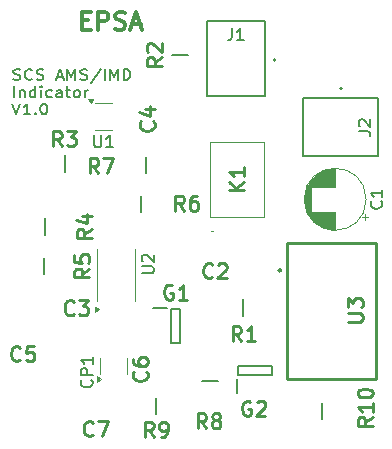
<source format=gbr>
%TF.GenerationSoftware,KiCad,Pcbnew,8.0.5*%
%TF.CreationDate,2024-10-12T22:57:13+02:00*%
%TF.ProjectId,SCS IMD-AMS Indicator,53435320-494d-4442-9d41-4d5320496e64,rev?*%
%TF.SameCoordinates,Original*%
%TF.FileFunction,Legend,Top*%
%TF.FilePolarity,Positive*%
%FSLAX46Y46*%
G04 Gerber Fmt 4.6, Leading zero omitted, Abs format (unit mm)*
G04 Created by KiCad (PCBNEW 8.0.5) date 2024-10-12 22:57:13*
%MOMM*%
%LPD*%
G01*
G04 APERTURE LIST*
%ADD10C,0.150000*%
%ADD11C,0.300000*%
%ADD12C,0.254000*%
%ADD13C,0.120000*%
%ADD14C,0.200000*%
%ADD15C,0.100000*%
%ADD16C,0.127000*%
G04 APERTURE END LIST*
D10*
X68792960Y-54370700D02*
X68935817Y-54413557D01*
X68935817Y-54413557D02*
X69173912Y-54413557D01*
X69173912Y-54413557D02*
X69269150Y-54370700D01*
X69269150Y-54370700D02*
X69316769Y-54327842D01*
X69316769Y-54327842D02*
X69364388Y-54242128D01*
X69364388Y-54242128D02*
X69364388Y-54156414D01*
X69364388Y-54156414D02*
X69316769Y-54070700D01*
X69316769Y-54070700D02*
X69269150Y-54027842D01*
X69269150Y-54027842D02*
X69173912Y-53984985D01*
X69173912Y-53984985D02*
X68983436Y-53942128D01*
X68983436Y-53942128D02*
X68888198Y-53899271D01*
X68888198Y-53899271D02*
X68840579Y-53856414D01*
X68840579Y-53856414D02*
X68792960Y-53770700D01*
X68792960Y-53770700D02*
X68792960Y-53684985D01*
X68792960Y-53684985D02*
X68840579Y-53599271D01*
X68840579Y-53599271D02*
X68888198Y-53556414D01*
X68888198Y-53556414D02*
X68983436Y-53513557D01*
X68983436Y-53513557D02*
X69221531Y-53513557D01*
X69221531Y-53513557D02*
X69364388Y-53556414D01*
X70364388Y-54327842D02*
X70316769Y-54370700D01*
X70316769Y-54370700D02*
X70173912Y-54413557D01*
X70173912Y-54413557D02*
X70078674Y-54413557D01*
X70078674Y-54413557D02*
X69935817Y-54370700D01*
X69935817Y-54370700D02*
X69840579Y-54284985D01*
X69840579Y-54284985D02*
X69792960Y-54199271D01*
X69792960Y-54199271D02*
X69745341Y-54027842D01*
X69745341Y-54027842D02*
X69745341Y-53899271D01*
X69745341Y-53899271D02*
X69792960Y-53727842D01*
X69792960Y-53727842D02*
X69840579Y-53642128D01*
X69840579Y-53642128D02*
X69935817Y-53556414D01*
X69935817Y-53556414D02*
X70078674Y-53513557D01*
X70078674Y-53513557D02*
X70173912Y-53513557D01*
X70173912Y-53513557D02*
X70316769Y-53556414D01*
X70316769Y-53556414D02*
X70364388Y-53599271D01*
X70745341Y-54370700D02*
X70888198Y-54413557D01*
X70888198Y-54413557D02*
X71126293Y-54413557D01*
X71126293Y-54413557D02*
X71221531Y-54370700D01*
X71221531Y-54370700D02*
X71269150Y-54327842D01*
X71269150Y-54327842D02*
X71316769Y-54242128D01*
X71316769Y-54242128D02*
X71316769Y-54156414D01*
X71316769Y-54156414D02*
X71269150Y-54070700D01*
X71269150Y-54070700D02*
X71221531Y-54027842D01*
X71221531Y-54027842D02*
X71126293Y-53984985D01*
X71126293Y-53984985D02*
X70935817Y-53942128D01*
X70935817Y-53942128D02*
X70840579Y-53899271D01*
X70840579Y-53899271D02*
X70792960Y-53856414D01*
X70792960Y-53856414D02*
X70745341Y-53770700D01*
X70745341Y-53770700D02*
X70745341Y-53684985D01*
X70745341Y-53684985D02*
X70792960Y-53599271D01*
X70792960Y-53599271D02*
X70840579Y-53556414D01*
X70840579Y-53556414D02*
X70935817Y-53513557D01*
X70935817Y-53513557D02*
X71173912Y-53513557D01*
X71173912Y-53513557D02*
X71316769Y-53556414D01*
X72459627Y-54156414D02*
X72935817Y-54156414D01*
X72364389Y-54413557D02*
X72697722Y-53513557D01*
X72697722Y-53513557D02*
X73031055Y-54413557D01*
X73364389Y-54413557D02*
X73364389Y-53513557D01*
X73364389Y-53513557D02*
X73697722Y-54156414D01*
X73697722Y-54156414D02*
X74031055Y-53513557D01*
X74031055Y-53513557D02*
X74031055Y-54413557D01*
X74459627Y-54370700D02*
X74602484Y-54413557D01*
X74602484Y-54413557D02*
X74840579Y-54413557D01*
X74840579Y-54413557D02*
X74935817Y-54370700D01*
X74935817Y-54370700D02*
X74983436Y-54327842D01*
X74983436Y-54327842D02*
X75031055Y-54242128D01*
X75031055Y-54242128D02*
X75031055Y-54156414D01*
X75031055Y-54156414D02*
X74983436Y-54070700D01*
X74983436Y-54070700D02*
X74935817Y-54027842D01*
X74935817Y-54027842D02*
X74840579Y-53984985D01*
X74840579Y-53984985D02*
X74650103Y-53942128D01*
X74650103Y-53942128D02*
X74554865Y-53899271D01*
X74554865Y-53899271D02*
X74507246Y-53856414D01*
X74507246Y-53856414D02*
X74459627Y-53770700D01*
X74459627Y-53770700D02*
X74459627Y-53684985D01*
X74459627Y-53684985D02*
X74507246Y-53599271D01*
X74507246Y-53599271D02*
X74554865Y-53556414D01*
X74554865Y-53556414D02*
X74650103Y-53513557D01*
X74650103Y-53513557D02*
X74888198Y-53513557D01*
X74888198Y-53513557D02*
X75031055Y-53556414D01*
X76173912Y-53470700D02*
X75316770Y-54627842D01*
X76507246Y-54413557D02*
X76507246Y-53513557D01*
X76983436Y-54413557D02*
X76983436Y-53513557D01*
X76983436Y-53513557D02*
X77316769Y-54156414D01*
X77316769Y-54156414D02*
X77650102Y-53513557D01*
X77650102Y-53513557D02*
X77650102Y-54413557D01*
X78126293Y-54413557D02*
X78126293Y-53513557D01*
X78126293Y-53513557D02*
X78364388Y-53513557D01*
X78364388Y-53513557D02*
X78507245Y-53556414D01*
X78507245Y-53556414D02*
X78602483Y-53642128D01*
X78602483Y-53642128D02*
X78650102Y-53727842D01*
X78650102Y-53727842D02*
X78697721Y-53899271D01*
X78697721Y-53899271D02*
X78697721Y-54027842D01*
X78697721Y-54027842D02*
X78650102Y-54199271D01*
X78650102Y-54199271D02*
X78602483Y-54284985D01*
X78602483Y-54284985D02*
X78507245Y-54370700D01*
X78507245Y-54370700D02*
X78364388Y-54413557D01*
X78364388Y-54413557D02*
X78126293Y-54413557D01*
X68840579Y-55862507D02*
X68840579Y-54962507D01*
X69316769Y-55262507D02*
X69316769Y-55862507D01*
X69316769Y-55348221D02*
X69364388Y-55305364D01*
X69364388Y-55305364D02*
X69459626Y-55262507D01*
X69459626Y-55262507D02*
X69602483Y-55262507D01*
X69602483Y-55262507D02*
X69697721Y-55305364D01*
X69697721Y-55305364D02*
X69745340Y-55391078D01*
X69745340Y-55391078D02*
X69745340Y-55862507D01*
X70650102Y-55862507D02*
X70650102Y-54962507D01*
X70650102Y-55819650D02*
X70554864Y-55862507D01*
X70554864Y-55862507D02*
X70364388Y-55862507D01*
X70364388Y-55862507D02*
X70269150Y-55819650D01*
X70269150Y-55819650D02*
X70221531Y-55776792D01*
X70221531Y-55776792D02*
X70173912Y-55691078D01*
X70173912Y-55691078D02*
X70173912Y-55433935D01*
X70173912Y-55433935D02*
X70221531Y-55348221D01*
X70221531Y-55348221D02*
X70269150Y-55305364D01*
X70269150Y-55305364D02*
X70364388Y-55262507D01*
X70364388Y-55262507D02*
X70554864Y-55262507D01*
X70554864Y-55262507D02*
X70650102Y-55305364D01*
X71126293Y-55862507D02*
X71126293Y-55262507D01*
X71126293Y-54962507D02*
X71078674Y-55005364D01*
X71078674Y-55005364D02*
X71126293Y-55048221D01*
X71126293Y-55048221D02*
X71173912Y-55005364D01*
X71173912Y-55005364D02*
X71126293Y-54962507D01*
X71126293Y-54962507D02*
X71126293Y-55048221D01*
X72031054Y-55819650D02*
X71935816Y-55862507D01*
X71935816Y-55862507D02*
X71745340Y-55862507D01*
X71745340Y-55862507D02*
X71650102Y-55819650D01*
X71650102Y-55819650D02*
X71602483Y-55776792D01*
X71602483Y-55776792D02*
X71554864Y-55691078D01*
X71554864Y-55691078D02*
X71554864Y-55433935D01*
X71554864Y-55433935D02*
X71602483Y-55348221D01*
X71602483Y-55348221D02*
X71650102Y-55305364D01*
X71650102Y-55305364D02*
X71745340Y-55262507D01*
X71745340Y-55262507D02*
X71935816Y-55262507D01*
X71935816Y-55262507D02*
X72031054Y-55305364D01*
X72888197Y-55862507D02*
X72888197Y-55391078D01*
X72888197Y-55391078D02*
X72840578Y-55305364D01*
X72840578Y-55305364D02*
X72745340Y-55262507D01*
X72745340Y-55262507D02*
X72554864Y-55262507D01*
X72554864Y-55262507D02*
X72459626Y-55305364D01*
X72888197Y-55819650D02*
X72792959Y-55862507D01*
X72792959Y-55862507D02*
X72554864Y-55862507D01*
X72554864Y-55862507D02*
X72459626Y-55819650D01*
X72459626Y-55819650D02*
X72412007Y-55733935D01*
X72412007Y-55733935D02*
X72412007Y-55648221D01*
X72412007Y-55648221D02*
X72459626Y-55562507D01*
X72459626Y-55562507D02*
X72554864Y-55519650D01*
X72554864Y-55519650D02*
X72792959Y-55519650D01*
X72792959Y-55519650D02*
X72888197Y-55476792D01*
X73221531Y-55262507D02*
X73602483Y-55262507D01*
X73364388Y-54962507D02*
X73364388Y-55733935D01*
X73364388Y-55733935D02*
X73412007Y-55819650D01*
X73412007Y-55819650D02*
X73507245Y-55862507D01*
X73507245Y-55862507D02*
X73602483Y-55862507D01*
X74078674Y-55862507D02*
X73983436Y-55819650D01*
X73983436Y-55819650D02*
X73935817Y-55776792D01*
X73935817Y-55776792D02*
X73888198Y-55691078D01*
X73888198Y-55691078D02*
X73888198Y-55433935D01*
X73888198Y-55433935D02*
X73935817Y-55348221D01*
X73935817Y-55348221D02*
X73983436Y-55305364D01*
X73983436Y-55305364D02*
X74078674Y-55262507D01*
X74078674Y-55262507D02*
X74221531Y-55262507D01*
X74221531Y-55262507D02*
X74316769Y-55305364D01*
X74316769Y-55305364D02*
X74364388Y-55348221D01*
X74364388Y-55348221D02*
X74412007Y-55433935D01*
X74412007Y-55433935D02*
X74412007Y-55691078D01*
X74412007Y-55691078D02*
X74364388Y-55776792D01*
X74364388Y-55776792D02*
X74316769Y-55819650D01*
X74316769Y-55819650D02*
X74221531Y-55862507D01*
X74221531Y-55862507D02*
X74078674Y-55862507D01*
X74840579Y-55862507D02*
X74840579Y-55262507D01*
X74840579Y-55433935D02*
X74888198Y-55348221D01*
X74888198Y-55348221D02*
X74935817Y-55305364D01*
X74935817Y-55305364D02*
X75031055Y-55262507D01*
X75031055Y-55262507D02*
X75126293Y-55262507D01*
X68697722Y-56411457D02*
X69031055Y-57311457D01*
X69031055Y-57311457D02*
X69364388Y-56411457D01*
X70221531Y-57311457D02*
X69650103Y-57311457D01*
X69935817Y-57311457D02*
X69935817Y-56411457D01*
X69935817Y-56411457D02*
X69840579Y-56540028D01*
X69840579Y-56540028D02*
X69745341Y-56625742D01*
X69745341Y-56625742D02*
X69650103Y-56668600D01*
X70650103Y-57225742D02*
X70697722Y-57268600D01*
X70697722Y-57268600D02*
X70650103Y-57311457D01*
X70650103Y-57311457D02*
X70602484Y-57268600D01*
X70602484Y-57268600D02*
X70650103Y-57225742D01*
X70650103Y-57225742D02*
X70650103Y-57311457D01*
X71316769Y-56411457D02*
X71412007Y-56411457D01*
X71412007Y-56411457D02*
X71507245Y-56454314D01*
X71507245Y-56454314D02*
X71554864Y-56497171D01*
X71554864Y-56497171D02*
X71602483Y-56582885D01*
X71602483Y-56582885D02*
X71650102Y-56754314D01*
X71650102Y-56754314D02*
X71650102Y-56968600D01*
X71650102Y-56968600D02*
X71602483Y-57140028D01*
X71602483Y-57140028D02*
X71554864Y-57225742D01*
X71554864Y-57225742D02*
X71507245Y-57268600D01*
X71507245Y-57268600D02*
X71412007Y-57311457D01*
X71412007Y-57311457D02*
X71316769Y-57311457D01*
X71316769Y-57311457D02*
X71221531Y-57268600D01*
X71221531Y-57268600D02*
X71173912Y-57225742D01*
X71173912Y-57225742D02*
X71126293Y-57140028D01*
X71126293Y-57140028D02*
X71078674Y-56968600D01*
X71078674Y-56968600D02*
X71078674Y-56754314D01*
X71078674Y-56754314D02*
X71126293Y-56582885D01*
X71126293Y-56582885D02*
X71173912Y-56497171D01*
X71173912Y-56497171D02*
X71221531Y-56454314D01*
X71221531Y-56454314D02*
X71316769Y-56411457D01*
D11*
X74620910Y-49357914D02*
X75120910Y-49357914D01*
X75335196Y-50143628D02*
X74620910Y-50143628D01*
X74620910Y-50143628D02*
X74620910Y-48643628D01*
X74620910Y-48643628D02*
X75335196Y-48643628D01*
X75978053Y-50143628D02*
X75978053Y-48643628D01*
X75978053Y-48643628D02*
X76549482Y-48643628D01*
X76549482Y-48643628D02*
X76692339Y-48715057D01*
X76692339Y-48715057D02*
X76763768Y-48786485D01*
X76763768Y-48786485D02*
X76835196Y-48929342D01*
X76835196Y-48929342D02*
X76835196Y-49143628D01*
X76835196Y-49143628D02*
X76763768Y-49286485D01*
X76763768Y-49286485D02*
X76692339Y-49357914D01*
X76692339Y-49357914D02*
X76549482Y-49429342D01*
X76549482Y-49429342D02*
X75978053Y-49429342D01*
X77406625Y-50072200D02*
X77620911Y-50143628D01*
X77620911Y-50143628D02*
X77978053Y-50143628D01*
X77978053Y-50143628D02*
X78120911Y-50072200D01*
X78120911Y-50072200D02*
X78192339Y-50000771D01*
X78192339Y-50000771D02*
X78263768Y-49857914D01*
X78263768Y-49857914D02*
X78263768Y-49715057D01*
X78263768Y-49715057D02*
X78192339Y-49572200D01*
X78192339Y-49572200D02*
X78120911Y-49500771D01*
X78120911Y-49500771D02*
X77978053Y-49429342D01*
X77978053Y-49429342D02*
X77692339Y-49357914D01*
X77692339Y-49357914D02*
X77549482Y-49286485D01*
X77549482Y-49286485D02*
X77478053Y-49215057D01*
X77478053Y-49215057D02*
X77406625Y-49072200D01*
X77406625Y-49072200D02*
X77406625Y-48929342D01*
X77406625Y-48929342D02*
X77478053Y-48786485D01*
X77478053Y-48786485D02*
X77549482Y-48715057D01*
X77549482Y-48715057D02*
X77692339Y-48643628D01*
X77692339Y-48643628D02*
X78049482Y-48643628D01*
X78049482Y-48643628D02*
X78263768Y-48715057D01*
X78835196Y-49715057D02*
X79549482Y-49715057D01*
X78692339Y-50143628D02*
X79192339Y-48643628D01*
X79192339Y-48643628D02*
X79692339Y-50143628D01*
D10*
X79668019Y-70764304D02*
X80477542Y-70764304D01*
X80477542Y-70764304D02*
X80572780Y-70716685D01*
X80572780Y-70716685D02*
X80620400Y-70669066D01*
X80620400Y-70669066D02*
X80668019Y-70573828D01*
X80668019Y-70573828D02*
X80668019Y-70383352D01*
X80668019Y-70383352D02*
X80620400Y-70288114D01*
X80620400Y-70288114D02*
X80572780Y-70240495D01*
X80572780Y-70240495D02*
X80477542Y-70192876D01*
X80477542Y-70192876D02*
X79668019Y-70192876D01*
X79763257Y-69764304D02*
X79715638Y-69716685D01*
X79715638Y-69716685D02*
X79668019Y-69621447D01*
X79668019Y-69621447D02*
X79668019Y-69383352D01*
X79668019Y-69383352D02*
X79715638Y-69288114D01*
X79715638Y-69288114D02*
X79763257Y-69240495D01*
X79763257Y-69240495D02*
X79858495Y-69192876D01*
X79858495Y-69192876D02*
X79953733Y-69192876D01*
X79953733Y-69192876D02*
X80096590Y-69240495D01*
X80096590Y-69240495D02*
X80668019Y-69811923D01*
X80668019Y-69811923D02*
X80668019Y-69192876D01*
D12*
X80661933Y-84622918D02*
X80238599Y-84018156D01*
X79936218Y-84622918D02*
X79936218Y-83352918D01*
X79936218Y-83352918D02*
X80420028Y-83352918D01*
X80420028Y-83352918D02*
X80540980Y-83413394D01*
X80540980Y-83413394D02*
X80601457Y-83473870D01*
X80601457Y-83473870D02*
X80661933Y-83594822D01*
X80661933Y-83594822D02*
X80661933Y-83776251D01*
X80661933Y-83776251D02*
X80601457Y-83897203D01*
X80601457Y-83897203D02*
X80540980Y-83957680D01*
X80540980Y-83957680D02*
X80420028Y-84018156D01*
X80420028Y-84018156D02*
X79936218Y-84018156D01*
X81266695Y-84622918D02*
X81508599Y-84622918D01*
X81508599Y-84622918D02*
X81629552Y-84562442D01*
X81629552Y-84562442D02*
X81690028Y-84501965D01*
X81690028Y-84501965D02*
X81810980Y-84320537D01*
X81810980Y-84320537D02*
X81871457Y-84078632D01*
X81871457Y-84078632D02*
X81871457Y-83594822D01*
X81871457Y-83594822D02*
X81810980Y-83473870D01*
X81810980Y-83473870D02*
X81750504Y-83413394D01*
X81750504Y-83413394D02*
X81629552Y-83352918D01*
X81629552Y-83352918D02*
X81387647Y-83352918D01*
X81387647Y-83352918D02*
X81266695Y-83413394D01*
X81266695Y-83413394D02*
X81206218Y-83473870D01*
X81206218Y-83473870D02*
X81145742Y-83594822D01*
X81145742Y-83594822D02*
X81145742Y-83897203D01*
X81145742Y-83897203D02*
X81206218Y-84018156D01*
X81206218Y-84018156D02*
X81266695Y-84078632D01*
X81266695Y-84078632D02*
X81387647Y-84139108D01*
X81387647Y-84139108D02*
X81629552Y-84139108D01*
X81629552Y-84139108D02*
X81750504Y-84078632D01*
X81750504Y-84078632D02*
X81810980Y-84018156D01*
X81810980Y-84018156D02*
X81871457Y-83897203D01*
X75531133Y-84451165D02*
X75470657Y-84511642D01*
X75470657Y-84511642D02*
X75289228Y-84572118D01*
X75289228Y-84572118D02*
X75168276Y-84572118D01*
X75168276Y-84572118D02*
X74986847Y-84511642D01*
X74986847Y-84511642D02*
X74865895Y-84390689D01*
X74865895Y-84390689D02*
X74805418Y-84269737D01*
X74805418Y-84269737D02*
X74744942Y-84027832D01*
X74744942Y-84027832D02*
X74744942Y-83846403D01*
X74744942Y-83846403D02*
X74805418Y-83604499D01*
X74805418Y-83604499D02*
X74865895Y-83483546D01*
X74865895Y-83483546D02*
X74986847Y-83362594D01*
X74986847Y-83362594D02*
X75168276Y-83302118D01*
X75168276Y-83302118D02*
X75289228Y-83302118D01*
X75289228Y-83302118D02*
X75470657Y-83362594D01*
X75470657Y-83362594D02*
X75531133Y-83423070D01*
X75954466Y-83302118D02*
X76801133Y-83302118D01*
X76801133Y-83302118D02*
X76256847Y-84572118D01*
X88065234Y-76520318D02*
X87641900Y-75915556D01*
X87339519Y-76520318D02*
X87339519Y-75250318D01*
X87339519Y-75250318D02*
X87823329Y-75250318D01*
X87823329Y-75250318D02*
X87944281Y-75310794D01*
X87944281Y-75310794D02*
X88004758Y-75371270D01*
X88004758Y-75371270D02*
X88065234Y-75492222D01*
X88065234Y-75492222D02*
X88065234Y-75673651D01*
X88065234Y-75673651D02*
X88004758Y-75794603D01*
X88004758Y-75794603D02*
X87944281Y-75855080D01*
X87944281Y-75855080D02*
X87823329Y-75915556D01*
X87823329Y-75915556D02*
X87339519Y-75915556D01*
X89274758Y-76520318D02*
X88549043Y-76520318D01*
X88911900Y-76520318D02*
X88911900Y-75250318D01*
X88911900Y-75250318D02*
X88790948Y-75431746D01*
X88790948Y-75431746D02*
X88669996Y-75552699D01*
X88669996Y-75552699D02*
X88549043Y-75613175D01*
D10*
X99927580Y-64682666D02*
X99975200Y-64730285D01*
X99975200Y-64730285D02*
X100022819Y-64873142D01*
X100022819Y-64873142D02*
X100022819Y-64968380D01*
X100022819Y-64968380D02*
X99975200Y-65111237D01*
X99975200Y-65111237D02*
X99879961Y-65206475D01*
X99879961Y-65206475D02*
X99784723Y-65254094D01*
X99784723Y-65254094D02*
X99594247Y-65301713D01*
X99594247Y-65301713D02*
X99451390Y-65301713D01*
X99451390Y-65301713D02*
X99260914Y-65254094D01*
X99260914Y-65254094D02*
X99165676Y-65206475D01*
X99165676Y-65206475D02*
X99070438Y-65111237D01*
X99070438Y-65111237D02*
X99022819Y-64968380D01*
X99022819Y-64968380D02*
X99022819Y-64873142D01*
X99022819Y-64873142D02*
X99070438Y-64730285D01*
X99070438Y-64730285D02*
X99118057Y-64682666D01*
X100022819Y-63730285D02*
X100022819Y-64301713D01*
X100022819Y-64015999D02*
X99022819Y-64015999D01*
X99022819Y-64015999D02*
X99165676Y-64111237D01*
X99165676Y-64111237D02*
X99260914Y-64206475D01*
X99260914Y-64206475D02*
X99308533Y-64301713D01*
D12*
X72864133Y-60010318D02*
X72440799Y-59405556D01*
X72138418Y-60010318D02*
X72138418Y-58740318D01*
X72138418Y-58740318D02*
X72622228Y-58740318D01*
X72622228Y-58740318D02*
X72743180Y-58800794D01*
X72743180Y-58800794D02*
X72803657Y-58861270D01*
X72803657Y-58861270D02*
X72864133Y-58982222D01*
X72864133Y-58982222D02*
X72864133Y-59163651D01*
X72864133Y-59163651D02*
X72803657Y-59284603D01*
X72803657Y-59284603D02*
X72743180Y-59345080D01*
X72743180Y-59345080D02*
X72622228Y-59405556D01*
X72622228Y-59405556D02*
X72138418Y-59405556D01*
X73287466Y-58740318D02*
X74073657Y-58740318D01*
X74073657Y-58740318D02*
X73650323Y-59224127D01*
X73650323Y-59224127D02*
X73831752Y-59224127D01*
X73831752Y-59224127D02*
X73952704Y-59284603D01*
X73952704Y-59284603D02*
X74013180Y-59345080D01*
X74013180Y-59345080D02*
X74073657Y-59466032D01*
X74073657Y-59466032D02*
X74073657Y-59768413D01*
X74073657Y-59768413D02*
X74013180Y-59889365D01*
X74013180Y-59889365D02*
X73952704Y-59949842D01*
X73952704Y-59949842D02*
X73831752Y-60010318D01*
X73831752Y-60010318D02*
X73468895Y-60010318D01*
X73468895Y-60010318D02*
X73347942Y-59949842D01*
X73347942Y-59949842D02*
X73287466Y-59889365D01*
X88331318Y-63757381D02*
X87061318Y-63757381D01*
X88331318Y-63031666D02*
X87605603Y-63575952D01*
X87061318Y-63031666D02*
X87787032Y-63757381D01*
X88331318Y-61822142D02*
X88331318Y-62547857D01*
X88331318Y-62185000D02*
X87061318Y-62185000D01*
X87061318Y-62185000D02*
X87242746Y-62305952D01*
X87242746Y-62305952D02*
X87363699Y-62426904D01*
X87363699Y-62426904D02*
X87424175Y-62547857D01*
X82247857Y-71793755D02*
X82126904Y-71733279D01*
X82126904Y-71733279D02*
X81945476Y-71733279D01*
X81945476Y-71733279D02*
X81764047Y-71793755D01*
X81764047Y-71793755D02*
X81643095Y-71914707D01*
X81643095Y-71914707D02*
X81582618Y-72035660D01*
X81582618Y-72035660D02*
X81522142Y-72277564D01*
X81522142Y-72277564D02*
X81522142Y-72458993D01*
X81522142Y-72458993D02*
X81582618Y-72700898D01*
X81582618Y-72700898D02*
X81643095Y-72821850D01*
X81643095Y-72821850D02*
X81764047Y-72942803D01*
X81764047Y-72942803D02*
X81945476Y-73003279D01*
X81945476Y-73003279D02*
X82066428Y-73003279D01*
X82066428Y-73003279D02*
X82247857Y-72942803D01*
X82247857Y-72942803D02*
X82308333Y-72882326D01*
X82308333Y-72882326D02*
X82308333Y-72458993D01*
X82308333Y-72458993D02*
X82066428Y-72458993D01*
X83517857Y-73003279D02*
X82792142Y-73003279D01*
X83154999Y-73003279D02*
X83154999Y-71733279D01*
X83154999Y-71733279D02*
X83034047Y-71914707D01*
X83034047Y-71914707D02*
X82913095Y-72035660D01*
X82913095Y-72035660D02*
X82792142Y-72096136D01*
X88856457Y-81635394D02*
X88735504Y-81574918D01*
X88735504Y-81574918D02*
X88554076Y-81574918D01*
X88554076Y-81574918D02*
X88372647Y-81635394D01*
X88372647Y-81635394D02*
X88251695Y-81756346D01*
X88251695Y-81756346D02*
X88191218Y-81877299D01*
X88191218Y-81877299D02*
X88130742Y-82119203D01*
X88130742Y-82119203D02*
X88130742Y-82300632D01*
X88130742Y-82300632D02*
X88191218Y-82542537D01*
X88191218Y-82542537D02*
X88251695Y-82663489D01*
X88251695Y-82663489D02*
X88372647Y-82784442D01*
X88372647Y-82784442D02*
X88554076Y-82844918D01*
X88554076Y-82844918D02*
X88675028Y-82844918D01*
X88675028Y-82844918D02*
X88856457Y-82784442D01*
X88856457Y-82784442D02*
X88916933Y-82723965D01*
X88916933Y-82723965D02*
X88916933Y-82300632D01*
X88916933Y-82300632D02*
X88675028Y-82300632D01*
X89400742Y-81695870D02*
X89461218Y-81635394D01*
X89461218Y-81635394D02*
X89582171Y-81574918D01*
X89582171Y-81574918D02*
X89884552Y-81574918D01*
X89884552Y-81574918D02*
X90005504Y-81635394D01*
X90005504Y-81635394D02*
X90065980Y-81695870D01*
X90065980Y-81695870D02*
X90126457Y-81816822D01*
X90126457Y-81816822D02*
X90126457Y-81937775D01*
X90126457Y-81937775D02*
X90065980Y-82119203D01*
X90065980Y-82119203D02*
X89340266Y-82844918D01*
X89340266Y-82844918D02*
X90126457Y-82844918D01*
X85106933Y-83911718D02*
X84683599Y-83306956D01*
X84381218Y-83911718D02*
X84381218Y-82641718D01*
X84381218Y-82641718D02*
X84865028Y-82641718D01*
X84865028Y-82641718D02*
X84985980Y-82702194D01*
X84985980Y-82702194D02*
X85046457Y-82762670D01*
X85046457Y-82762670D02*
X85106933Y-82883622D01*
X85106933Y-82883622D02*
X85106933Y-83065051D01*
X85106933Y-83065051D02*
X85046457Y-83186003D01*
X85046457Y-83186003D02*
X84985980Y-83246480D01*
X84985980Y-83246480D02*
X84865028Y-83306956D01*
X84865028Y-83306956D02*
X84381218Y-83306956D01*
X85832647Y-83186003D02*
X85711695Y-83125527D01*
X85711695Y-83125527D02*
X85651218Y-83065051D01*
X85651218Y-83065051D02*
X85590742Y-82944099D01*
X85590742Y-82944099D02*
X85590742Y-82883622D01*
X85590742Y-82883622D02*
X85651218Y-82762670D01*
X85651218Y-82762670D02*
X85711695Y-82702194D01*
X85711695Y-82702194D02*
X85832647Y-82641718D01*
X85832647Y-82641718D02*
X86074552Y-82641718D01*
X86074552Y-82641718D02*
X86195504Y-82702194D01*
X86195504Y-82702194D02*
X86255980Y-82762670D01*
X86255980Y-82762670D02*
X86316457Y-82883622D01*
X86316457Y-82883622D02*
X86316457Y-82944099D01*
X86316457Y-82944099D02*
X86255980Y-83065051D01*
X86255980Y-83065051D02*
X86195504Y-83125527D01*
X86195504Y-83125527D02*
X86074552Y-83186003D01*
X86074552Y-83186003D02*
X85832647Y-83186003D01*
X85832647Y-83186003D02*
X85711695Y-83246480D01*
X85711695Y-83246480D02*
X85651218Y-83306956D01*
X85651218Y-83306956D02*
X85590742Y-83427908D01*
X85590742Y-83427908D02*
X85590742Y-83669813D01*
X85590742Y-83669813D02*
X85651218Y-83790765D01*
X85651218Y-83790765D02*
X85711695Y-83851242D01*
X85711695Y-83851242D02*
X85832647Y-83911718D01*
X85832647Y-83911718D02*
X86074552Y-83911718D01*
X86074552Y-83911718D02*
X86195504Y-83851242D01*
X86195504Y-83851242D02*
X86255980Y-83790765D01*
X86255980Y-83790765D02*
X86316457Y-83669813D01*
X86316457Y-83669813D02*
X86316457Y-83427908D01*
X86316457Y-83427908D02*
X86255980Y-83306956D01*
X86255980Y-83306956D02*
X86195504Y-83246480D01*
X86195504Y-83246480D02*
X86074552Y-83186003D01*
D10*
X87296666Y-50051619D02*
X87296666Y-50765904D01*
X87296666Y-50765904D02*
X87249047Y-50908761D01*
X87249047Y-50908761D02*
X87153809Y-51004000D01*
X87153809Y-51004000D02*
X87010952Y-51051619D01*
X87010952Y-51051619D02*
X86915714Y-51051619D01*
X88296666Y-51051619D02*
X87725238Y-51051619D01*
X88010952Y-51051619D02*
X88010952Y-50051619D01*
X88010952Y-50051619D02*
X87915714Y-50194476D01*
X87915714Y-50194476D02*
X87820476Y-50289714D01*
X87820476Y-50289714D02*
X87725238Y-50337333D01*
D12*
X80615765Y-57920466D02*
X80676242Y-57980942D01*
X80676242Y-57980942D02*
X80736718Y-58162371D01*
X80736718Y-58162371D02*
X80736718Y-58283323D01*
X80736718Y-58283323D02*
X80676242Y-58464752D01*
X80676242Y-58464752D02*
X80555289Y-58585704D01*
X80555289Y-58585704D02*
X80434337Y-58646181D01*
X80434337Y-58646181D02*
X80192432Y-58706657D01*
X80192432Y-58706657D02*
X80011003Y-58706657D01*
X80011003Y-58706657D02*
X79769099Y-58646181D01*
X79769099Y-58646181D02*
X79648146Y-58585704D01*
X79648146Y-58585704D02*
X79527194Y-58464752D01*
X79527194Y-58464752D02*
X79466718Y-58283323D01*
X79466718Y-58283323D02*
X79466718Y-58162371D01*
X79466718Y-58162371D02*
X79527194Y-57980942D01*
X79527194Y-57980942D02*
X79587670Y-57920466D01*
X79890051Y-56831895D02*
X80736718Y-56831895D01*
X79406242Y-57134276D02*
X80313384Y-57436657D01*
X80313384Y-57436657D02*
X80313384Y-56650466D01*
X75224918Y-70391866D02*
X74620156Y-70815200D01*
X75224918Y-71117581D02*
X73954918Y-71117581D01*
X73954918Y-71117581D02*
X73954918Y-70633771D01*
X73954918Y-70633771D02*
X74015394Y-70512819D01*
X74015394Y-70512819D02*
X74075870Y-70452342D01*
X74075870Y-70452342D02*
X74196822Y-70391866D01*
X74196822Y-70391866D02*
X74378251Y-70391866D01*
X74378251Y-70391866D02*
X74499203Y-70452342D01*
X74499203Y-70452342D02*
X74559680Y-70512819D01*
X74559680Y-70512819D02*
X74620156Y-70633771D01*
X74620156Y-70633771D02*
X74620156Y-71117581D01*
X73954918Y-69242819D02*
X73954918Y-69847581D01*
X73954918Y-69847581D02*
X74559680Y-69908057D01*
X74559680Y-69908057D02*
X74499203Y-69847581D01*
X74499203Y-69847581D02*
X74438727Y-69726628D01*
X74438727Y-69726628D02*
X74438727Y-69424247D01*
X74438727Y-69424247D02*
X74499203Y-69303295D01*
X74499203Y-69303295D02*
X74559680Y-69242819D01*
X74559680Y-69242819D02*
X74680632Y-69182342D01*
X74680632Y-69182342D02*
X74983013Y-69182342D01*
X74983013Y-69182342D02*
X75103965Y-69242819D01*
X75103965Y-69242819D02*
X75164442Y-69303295D01*
X75164442Y-69303295D02*
X75224918Y-69424247D01*
X75224918Y-69424247D02*
X75224918Y-69726628D01*
X75224918Y-69726628D02*
X75164442Y-69847581D01*
X75164442Y-69847581D02*
X75103965Y-69908057D01*
X69358933Y-78101165D02*
X69298457Y-78161642D01*
X69298457Y-78161642D02*
X69117028Y-78222118D01*
X69117028Y-78222118D02*
X68996076Y-78222118D01*
X68996076Y-78222118D02*
X68814647Y-78161642D01*
X68814647Y-78161642D02*
X68693695Y-78040689D01*
X68693695Y-78040689D02*
X68633218Y-77919737D01*
X68633218Y-77919737D02*
X68572742Y-77677832D01*
X68572742Y-77677832D02*
X68572742Y-77496403D01*
X68572742Y-77496403D02*
X68633218Y-77254499D01*
X68633218Y-77254499D02*
X68693695Y-77133546D01*
X68693695Y-77133546D02*
X68814647Y-77012594D01*
X68814647Y-77012594D02*
X68996076Y-76952118D01*
X68996076Y-76952118D02*
X69117028Y-76952118D01*
X69117028Y-76952118D02*
X69298457Y-77012594D01*
X69298457Y-77012594D02*
X69358933Y-77073070D01*
X70507980Y-76952118D02*
X69903218Y-76952118D01*
X69903218Y-76952118D02*
X69842742Y-77556880D01*
X69842742Y-77556880D02*
X69903218Y-77496403D01*
X69903218Y-77496403D02*
X70024171Y-77435927D01*
X70024171Y-77435927D02*
X70326552Y-77435927D01*
X70326552Y-77435927D02*
X70447504Y-77496403D01*
X70447504Y-77496403D02*
X70507980Y-77556880D01*
X70507980Y-77556880D02*
X70568457Y-77677832D01*
X70568457Y-77677832D02*
X70568457Y-77980213D01*
X70568457Y-77980213D02*
X70507980Y-78101165D01*
X70507980Y-78101165D02*
X70447504Y-78161642D01*
X70447504Y-78161642D02*
X70326552Y-78222118D01*
X70326552Y-78222118D02*
X70024171Y-78222118D01*
X70024171Y-78222118D02*
X69903218Y-78161642D01*
X69903218Y-78161642D02*
X69842742Y-78101165D01*
X75402718Y-67039066D02*
X74797956Y-67462400D01*
X75402718Y-67764781D02*
X74132718Y-67764781D01*
X74132718Y-67764781D02*
X74132718Y-67280971D01*
X74132718Y-67280971D02*
X74193194Y-67160019D01*
X74193194Y-67160019D02*
X74253670Y-67099542D01*
X74253670Y-67099542D02*
X74374622Y-67039066D01*
X74374622Y-67039066D02*
X74556051Y-67039066D01*
X74556051Y-67039066D02*
X74677003Y-67099542D01*
X74677003Y-67099542D02*
X74737480Y-67160019D01*
X74737480Y-67160019D02*
X74797956Y-67280971D01*
X74797956Y-67280971D02*
X74797956Y-67764781D01*
X74556051Y-65950495D02*
X75402718Y-65950495D01*
X74072242Y-66252876D02*
X74979384Y-66555257D01*
X74979384Y-66555257D02*
X74979384Y-65769066D01*
X73905533Y-74214965D02*
X73845057Y-74275442D01*
X73845057Y-74275442D02*
X73663628Y-74335918D01*
X73663628Y-74335918D02*
X73542676Y-74335918D01*
X73542676Y-74335918D02*
X73361247Y-74275442D01*
X73361247Y-74275442D02*
X73240295Y-74154489D01*
X73240295Y-74154489D02*
X73179818Y-74033537D01*
X73179818Y-74033537D02*
X73119342Y-73791632D01*
X73119342Y-73791632D02*
X73119342Y-73610203D01*
X73119342Y-73610203D02*
X73179818Y-73368299D01*
X73179818Y-73368299D02*
X73240295Y-73247346D01*
X73240295Y-73247346D02*
X73361247Y-73126394D01*
X73361247Y-73126394D02*
X73542676Y-73065918D01*
X73542676Y-73065918D02*
X73663628Y-73065918D01*
X73663628Y-73065918D02*
X73845057Y-73126394D01*
X73845057Y-73126394D02*
X73905533Y-73186870D01*
X74328866Y-73065918D02*
X75115057Y-73065918D01*
X75115057Y-73065918D02*
X74691723Y-73549727D01*
X74691723Y-73549727D02*
X74873152Y-73549727D01*
X74873152Y-73549727D02*
X74994104Y-73610203D01*
X74994104Y-73610203D02*
X75054580Y-73670680D01*
X75054580Y-73670680D02*
X75115057Y-73791632D01*
X75115057Y-73791632D02*
X75115057Y-74094013D01*
X75115057Y-74094013D02*
X75054580Y-74214965D01*
X75054580Y-74214965D02*
X74994104Y-74275442D01*
X74994104Y-74275442D02*
X74873152Y-74335918D01*
X74873152Y-74335918D02*
X74510295Y-74335918D01*
X74510295Y-74335918D02*
X74389342Y-74275442D01*
X74389342Y-74275442D02*
X74328866Y-74214965D01*
X75988333Y-62296318D02*
X75564999Y-61691556D01*
X75262618Y-62296318D02*
X75262618Y-61026318D01*
X75262618Y-61026318D02*
X75746428Y-61026318D01*
X75746428Y-61026318D02*
X75867380Y-61086794D01*
X75867380Y-61086794D02*
X75927857Y-61147270D01*
X75927857Y-61147270D02*
X75988333Y-61268222D01*
X75988333Y-61268222D02*
X75988333Y-61449651D01*
X75988333Y-61449651D02*
X75927857Y-61570603D01*
X75927857Y-61570603D02*
X75867380Y-61631080D01*
X75867380Y-61631080D02*
X75746428Y-61691556D01*
X75746428Y-61691556D02*
X75262618Y-61691556D01*
X76411666Y-61026318D02*
X77258333Y-61026318D01*
X77258333Y-61026318D02*
X76714047Y-62296318D01*
X85640333Y-71065365D02*
X85579857Y-71125842D01*
X85579857Y-71125842D02*
X85398428Y-71186318D01*
X85398428Y-71186318D02*
X85277476Y-71186318D01*
X85277476Y-71186318D02*
X85096047Y-71125842D01*
X85096047Y-71125842D02*
X84975095Y-71004889D01*
X84975095Y-71004889D02*
X84914618Y-70883937D01*
X84914618Y-70883937D02*
X84854142Y-70642032D01*
X84854142Y-70642032D02*
X84854142Y-70460603D01*
X84854142Y-70460603D02*
X84914618Y-70218699D01*
X84914618Y-70218699D02*
X84975095Y-70097746D01*
X84975095Y-70097746D02*
X85096047Y-69976794D01*
X85096047Y-69976794D02*
X85277476Y-69916318D01*
X85277476Y-69916318D02*
X85398428Y-69916318D01*
X85398428Y-69916318D02*
X85579857Y-69976794D01*
X85579857Y-69976794D02*
X85640333Y-70037270D01*
X86124142Y-70037270D02*
X86184618Y-69976794D01*
X86184618Y-69976794D02*
X86305571Y-69916318D01*
X86305571Y-69916318D02*
X86607952Y-69916318D01*
X86607952Y-69916318D02*
X86728904Y-69976794D01*
X86728904Y-69976794D02*
X86789380Y-70037270D01*
X86789380Y-70037270D02*
X86849857Y-70158222D01*
X86849857Y-70158222D02*
X86849857Y-70279175D01*
X86849857Y-70279175D02*
X86789380Y-70460603D01*
X86789380Y-70460603D02*
X86063666Y-71186318D01*
X86063666Y-71186318D02*
X86849857Y-71186318D01*
D10*
X98006819Y-58753333D02*
X98721104Y-58753333D01*
X98721104Y-58753333D02*
X98863961Y-58800952D01*
X98863961Y-58800952D02*
X98959200Y-58896190D01*
X98959200Y-58896190D02*
X99006819Y-59039047D01*
X99006819Y-59039047D02*
X99006819Y-59134285D01*
X98102057Y-58324761D02*
X98054438Y-58277142D01*
X98054438Y-58277142D02*
X98006819Y-58181904D01*
X98006819Y-58181904D02*
X98006819Y-57943809D01*
X98006819Y-57943809D02*
X98054438Y-57848571D01*
X98054438Y-57848571D02*
X98102057Y-57800952D01*
X98102057Y-57800952D02*
X98197295Y-57753333D01*
X98197295Y-57753333D02*
X98292533Y-57753333D01*
X98292533Y-57753333D02*
X98435390Y-57800952D01*
X98435390Y-57800952D02*
X99006819Y-58372380D01*
X99006819Y-58372380D02*
X99006819Y-57753333D01*
D12*
X99202518Y-82985428D02*
X98597756Y-83408762D01*
X99202518Y-83711143D02*
X97932518Y-83711143D01*
X97932518Y-83711143D02*
X97932518Y-83227333D01*
X97932518Y-83227333D02*
X97992994Y-83106381D01*
X97992994Y-83106381D02*
X98053470Y-83045904D01*
X98053470Y-83045904D02*
X98174422Y-82985428D01*
X98174422Y-82985428D02*
X98355851Y-82985428D01*
X98355851Y-82985428D02*
X98476803Y-83045904D01*
X98476803Y-83045904D02*
X98537280Y-83106381D01*
X98537280Y-83106381D02*
X98597756Y-83227333D01*
X98597756Y-83227333D02*
X98597756Y-83711143D01*
X99202518Y-81775904D02*
X99202518Y-82501619D01*
X99202518Y-82138762D02*
X97932518Y-82138762D01*
X97932518Y-82138762D02*
X98113946Y-82259714D01*
X98113946Y-82259714D02*
X98234899Y-82380666D01*
X98234899Y-82380666D02*
X98295375Y-82501619D01*
X97932518Y-80989714D02*
X97932518Y-80868761D01*
X97932518Y-80868761D02*
X97992994Y-80747809D01*
X97992994Y-80747809D02*
X98053470Y-80687333D01*
X98053470Y-80687333D02*
X98174422Y-80626857D01*
X98174422Y-80626857D02*
X98416327Y-80566380D01*
X98416327Y-80566380D02*
X98718708Y-80566380D01*
X98718708Y-80566380D02*
X98960613Y-80626857D01*
X98960613Y-80626857D02*
X99081565Y-80687333D01*
X99081565Y-80687333D02*
X99142042Y-80747809D01*
X99142042Y-80747809D02*
X99202518Y-80868761D01*
X99202518Y-80868761D02*
X99202518Y-80989714D01*
X99202518Y-80989714D02*
X99142042Y-81110666D01*
X99142042Y-81110666D02*
X99081565Y-81171142D01*
X99081565Y-81171142D02*
X98960613Y-81231619D01*
X98960613Y-81231619D02*
X98718708Y-81292095D01*
X98718708Y-81292095D02*
X98416327Y-81292095D01*
X98416327Y-81292095D02*
X98174422Y-81231619D01*
X98174422Y-81231619D02*
X98053470Y-81171142D01*
X98053470Y-81171142D02*
X97992994Y-81110666D01*
X97992994Y-81110666D02*
X97932518Y-80989714D01*
X81346318Y-52498365D02*
X80741556Y-52921699D01*
X81346318Y-53224080D02*
X80076318Y-53224080D01*
X80076318Y-53224080D02*
X80076318Y-52740270D01*
X80076318Y-52740270D02*
X80136794Y-52619318D01*
X80136794Y-52619318D02*
X80197270Y-52558841D01*
X80197270Y-52558841D02*
X80318222Y-52498365D01*
X80318222Y-52498365D02*
X80499651Y-52498365D01*
X80499651Y-52498365D02*
X80620603Y-52558841D01*
X80620603Y-52558841D02*
X80681080Y-52619318D01*
X80681080Y-52619318D02*
X80741556Y-52740270D01*
X80741556Y-52740270D02*
X80741556Y-53224080D01*
X80197270Y-52014556D02*
X80136794Y-51954080D01*
X80136794Y-51954080D02*
X80076318Y-51833127D01*
X80076318Y-51833127D02*
X80076318Y-51530746D01*
X80076318Y-51530746D02*
X80136794Y-51409794D01*
X80136794Y-51409794D02*
X80197270Y-51349318D01*
X80197270Y-51349318D02*
X80318222Y-51288841D01*
X80318222Y-51288841D02*
X80439175Y-51288841D01*
X80439175Y-51288841D02*
X80620603Y-51349318D01*
X80620603Y-51349318D02*
X81346318Y-52075032D01*
X81346318Y-52075032D02*
X81346318Y-51288841D01*
X83227333Y-65471318D02*
X82803999Y-64866556D01*
X82501618Y-65471318D02*
X82501618Y-64201318D01*
X82501618Y-64201318D02*
X82985428Y-64201318D01*
X82985428Y-64201318D02*
X83106380Y-64261794D01*
X83106380Y-64261794D02*
X83166857Y-64322270D01*
X83166857Y-64322270D02*
X83227333Y-64443222D01*
X83227333Y-64443222D02*
X83227333Y-64624651D01*
X83227333Y-64624651D02*
X83166857Y-64745603D01*
X83166857Y-64745603D02*
X83106380Y-64806080D01*
X83106380Y-64806080D02*
X82985428Y-64866556D01*
X82985428Y-64866556D02*
X82501618Y-64866556D01*
X84315904Y-64201318D02*
X84073999Y-64201318D01*
X84073999Y-64201318D02*
X83953047Y-64261794D01*
X83953047Y-64261794D02*
X83892571Y-64322270D01*
X83892571Y-64322270D02*
X83771618Y-64503699D01*
X83771618Y-64503699D02*
X83711142Y-64745603D01*
X83711142Y-64745603D02*
X83711142Y-65229413D01*
X83711142Y-65229413D02*
X83771618Y-65350365D01*
X83771618Y-65350365D02*
X83832095Y-65410842D01*
X83832095Y-65410842D02*
X83953047Y-65471318D01*
X83953047Y-65471318D02*
X84194952Y-65471318D01*
X84194952Y-65471318D02*
X84315904Y-65410842D01*
X84315904Y-65410842D02*
X84376380Y-65350365D01*
X84376380Y-65350365D02*
X84436857Y-65229413D01*
X84436857Y-65229413D02*
X84436857Y-64927032D01*
X84436857Y-64927032D02*
X84376380Y-64806080D01*
X84376380Y-64806080D02*
X84315904Y-64745603D01*
X84315904Y-64745603D02*
X84194952Y-64685127D01*
X84194952Y-64685127D02*
X83953047Y-64685127D01*
X83953047Y-64685127D02*
X83832095Y-64745603D01*
X83832095Y-64745603D02*
X83771618Y-64806080D01*
X83771618Y-64806080D02*
X83711142Y-64927032D01*
X80038765Y-79104066D02*
X80099242Y-79164542D01*
X80099242Y-79164542D02*
X80159718Y-79345971D01*
X80159718Y-79345971D02*
X80159718Y-79466923D01*
X80159718Y-79466923D02*
X80099242Y-79648352D01*
X80099242Y-79648352D02*
X79978289Y-79769304D01*
X79978289Y-79769304D02*
X79857337Y-79829781D01*
X79857337Y-79829781D02*
X79615432Y-79890257D01*
X79615432Y-79890257D02*
X79434003Y-79890257D01*
X79434003Y-79890257D02*
X79192099Y-79829781D01*
X79192099Y-79829781D02*
X79071146Y-79769304D01*
X79071146Y-79769304D02*
X78950194Y-79648352D01*
X78950194Y-79648352D02*
X78889718Y-79466923D01*
X78889718Y-79466923D02*
X78889718Y-79345971D01*
X78889718Y-79345971D02*
X78950194Y-79164542D01*
X78950194Y-79164542D02*
X79010670Y-79104066D01*
X78889718Y-78015495D02*
X78889718Y-78257400D01*
X78889718Y-78257400D02*
X78950194Y-78378352D01*
X78950194Y-78378352D02*
X79010670Y-78438828D01*
X79010670Y-78438828D02*
X79192099Y-78559781D01*
X79192099Y-78559781D02*
X79434003Y-78620257D01*
X79434003Y-78620257D02*
X79917813Y-78620257D01*
X79917813Y-78620257D02*
X80038765Y-78559781D01*
X80038765Y-78559781D02*
X80099242Y-78499304D01*
X80099242Y-78499304D02*
X80159718Y-78378352D01*
X80159718Y-78378352D02*
X80159718Y-78136447D01*
X80159718Y-78136447D02*
X80099242Y-78015495D01*
X80099242Y-78015495D02*
X80038765Y-77955019D01*
X80038765Y-77955019D02*
X79917813Y-77894542D01*
X79917813Y-77894542D02*
X79615432Y-77894542D01*
X79615432Y-77894542D02*
X79494480Y-77955019D01*
X79494480Y-77955019D02*
X79434003Y-78015495D01*
X79434003Y-78015495D02*
X79373527Y-78136447D01*
X79373527Y-78136447D02*
X79373527Y-78378352D01*
X79373527Y-78378352D02*
X79434003Y-78499304D01*
X79434003Y-78499304D02*
X79494480Y-78559781D01*
X79494480Y-78559781D02*
X79615432Y-78620257D01*
X97094318Y-74881619D02*
X98122413Y-74881619D01*
X98122413Y-74881619D02*
X98243365Y-74821142D01*
X98243365Y-74821142D02*
X98303842Y-74760666D01*
X98303842Y-74760666D02*
X98364318Y-74639714D01*
X98364318Y-74639714D02*
X98364318Y-74397809D01*
X98364318Y-74397809D02*
X98303842Y-74276857D01*
X98303842Y-74276857D02*
X98243365Y-74216380D01*
X98243365Y-74216380D02*
X98122413Y-74155904D01*
X98122413Y-74155904D02*
X97094318Y-74155904D01*
X97094318Y-73672095D02*
X97094318Y-72885904D01*
X97094318Y-72885904D02*
X97578127Y-73309238D01*
X97578127Y-73309238D02*
X97578127Y-73127809D01*
X97578127Y-73127809D02*
X97638603Y-73006857D01*
X97638603Y-73006857D02*
X97699080Y-72946381D01*
X97699080Y-72946381D02*
X97820032Y-72885904D01*
X97820032Y-72885904D02*
X98122413Y-72885904D01*
X98122413Y-72885904D02*
X98243365Y-72946381D01*
X98243365Y-72946381D02*
X98303842Y-73006857D01*
X98303842Y-73006857D02*
X98364318Y-73127809D01*
X98364318Y-73127809D02*
X98364318Y-73490666D01*
X98364318Y-73490666D02*
X98303842Y-73611619D01*
X98303842Y-73611619D02*
X98243365Y-73672095D01*
D10*
X75391380Y-79813066D02*
X75439000Y-79860685D01*
X75439000Y-79860685D02*
X75486619Y-80003542D01*
X75486619Y-80003542D02*
X75486619Y-80098780D01*
X75486619Y-80098780D02*
X75439000Y-80241637D01*
X75439000Y-80241637D02*
X75343761Y-80336875D01*
X75343761Y-80336875D02*
X75248523Y-80384494D01*
X75248523Y-80384494D02*
X75058047Y-80432113D01*
X75058047Y-80432113D02*
X74915190Y-80432113D01*
X74915190Y-80432113D02*
X74724714Y-80384494D01*
X74724714Y-80384494D02*
X74629476Y-80336875D01*
X74629476Y-80336875D02*
X74534238Y-80241637D01*
X74534238Y-80241637D02*
X74486619Y-80098780D01*
X74486619Y-80098780D02*
X74486619Y-80003542D01*
X74486619Y-80003542D02*
X74534238Y-79860685D01*
X74534238Y-79860685D02*
X74581857Y-79813066D01*
X75486619Y-79384494D02*
X74486619Y-79384494D01*
X74486619Y-79384494D02*
X74486619Y-79003542D01*
X74486619Y-79003542D02*
X74534238Y-78908304D01*
X74534238Y-78908304D02*
X74581857Y-78860685D01*
X74581857Y-78860685D02*
X74677095Y-78813066D01*
X74677095Y-78813066D02*
X74819952Y-78813066D01*
X74819952Y-78813066D02*
X74915190Y-78860685D01*
X74915190Y-78860685D02*
X74962809Y-78908304D01*
X74962809Y-78908304D02*
X75010428Y-79003542D01*
X75010428Y-79003542D02*
X75010428Y-79384494D01*
X75486619Y-77860685D02*
X75486619Y-78432113D01*
X75486619Y-78146399D02*
X74486619Y-78146399D01*
X74486619Y-78146399D02*
X74629476Y-78241637D01*
X74629476Y-78241637D02*
X74724714Y-78336875D01*
X74724714Y-78336875D02*
X74772333Y-78432113D01*
X75641295Y-59094019D02*
X75641295Y-59903542D01*
X75641295Y-59903542D02*
X75688914Y-59998780D01*
X75688914Y-59998780D02*
X75736533Y-60046400D01*
X75736533Y-60046400D02*
X75831771Y-60094019D01*
X75831771Y-60094019D02*
X76022247Y-60094019D01*
X76022247Y-60094019D02*
X76117485Y-60046400D01*
X76117485Y-60046400D02*
X76165104Y-59998780D01*
X76165104Y-59998780D02*
X76212723Y-59903542D01*
X76212723Y-59903542D02*
X76212723Y-59094019D01*
X77212723Y-60094019D02*
X76641295Y-60094019D01*
X76927009Y-60094019D02*
X76927009Y-59094019D01*
X76927009Y-59094019D02*
X76831771Y-59236876D01*
X76831771Y-59236876D02*
X76736533Y-59332114D01*
X76736533Y-59332114D02*
X76641295Y-59379733D01*
D13*
%TO.C,U2*%
X75885000Y-70942600D02*
X75885000Y-68742600D01*
X75885000Y-70942600D02*
X75885000Y-73142600D01*
X79105000Y-70942600D02*
X79105000Y-68742600D01*
X79105000Y-70942600D02*
X79105000Y-73142600D01*
X76060000Y-73842600D02*
X75730000Y-74082600D01*
X75730000Y-73602600D01*
X76060000Y-73842600D01*
G36*
X76060000Y-73842600D02*
G01*
X75730000Y-74082600D01*
X75730000Y-73602600D01*
X76060000Y-73842600D01*
G37*
D14*
%TO.C,R9*%
X80848200Y-81316600D02*
X80848200Y-82716600D01*
%TO.C,R1*%
X88265000Y-74360000D02*
X88265000Y-72960000D01*
D13*
%TO.C,C1*%
X93427000Y-64800000D02*
X93427000Y-64232000D01*
X93467000Y-65034000D02*
X93467000Y-63998000D01*
X93507000Y-65193000D02*
X93507000Y-63839000D01*
X93547000Y-65321000D02*
X93547000Y-63711000D01*
X93587000Y-65431000D02*
X93587000Y-63601000D01*
X93627000Y-65527000D02*
X93627000Y-63505000D01*
X93667000Y-65614000D02*
X93667000Y-63418000D01*
X93707000Y-65694000D02*
X93707000Y-63338000D01*
X93747000Y-65767000D02*
X93747000Y-63265000D01*
X93787000Y-65835000D02*
X93787000Y-63197000D01*
X93827000Y-65899000D02*
X93827000Y-63133000D01*
X93867000Y-65959000D02*
X93867000Y-63073000D01*
X93907000Y-66016000D02*
X93907000Y-63016000D01*
X93947000Y-66070000D02*
X93947000Y-62962000D01*
X93987000Y-66121000D02*
X93987000Y-62911000D01*
X94027000Y-63476000D02*
X94027000Y-62863000D01*
X94027000Y-66169000D02*
X94027000Y-65556000D01*
X94067000Y-63476000D02*
X94067000Y-62817000D01*
X94067000Y-66215000D02*
X94067000Y-65556000D01*
X94107000Y-63476000D02*
X94107000Y-62773000D01*
X94107000Y-66259000D02*
X94107000Y-65556000D01*
X94147000Y-63476000D02*
X94147000Y-62731000D01*
X94147000Y-66301000D02*
X94147000Y-65556000D01*
X94187000Y-63476000D02*
X94187000Y-62690000D01*
X94187000Y-66342000D02*
X94187000Y-65556000D01*
X94227000Y-63476000D02*
X94227000Y-62652000D01*
X94227000Y-66380000D02*
X94227000Y-65556000D01*
X94267000Y-63476000D02*
X94267000Y-62615000D01*
X94267000Y-66417000D02*
X94267000Y-65556000D01*
X94307000Y-63476000D02*
X94307000Y-62579000D01*
X94307000Y-66453000D02*
X94307000Y-65556000D01*
X94347000Y-63476000D02*
X94347000Y-62545000D01*
X94347000Y-66487000D02*
X94347000Y-65556000D01*
X94387000Y-63476000D02*
X94387000Y-62512000D01*
X94387000Y-66520000D02*
X94387000Y-65556000D01*
X94427000Y-63476000D02*
X94427000Y-62481000D01*
X94427000Y-66551000D02*
X94427000Y-65556000D01*
X94467000Y-63476000D02*
X94467000Y-62451000D01*
X94467000Y-66581000D02*
X94467000Y-65556000D01*
X94507000Y-63476000D02*
X94507000Y-62421000D01*
X94507000Y-66611000D02*
X94507000Y-65556000D01*
X94547000Y-63476000D02*
X94547000Y-62394000D01*
X94547000Y-66638000D02*
X94547000Y-65556000D01*
X94587000Y-63476000D02*
X94587000Y-62367000D01*
X94587000Y-66665000D02*
X94587000Y-65556000D01*
X94627000Y-63476000D02*
X94627000Y-62341000D01*
X94627000Y-66691000D02*
X94627000Y-65556000D01*
X94667000Y-63476000D02*
X94667000Y-62316000D01*
X94667000Y-66716000D02*
X94667000Y-65556000D01*
X94707000Y-63476000D02*
X94707000Y-62292000D01*
X94707000Y-66740000D02*
X94707000Y-65556000D01*
X94747000Y-63476000D02*
X94747000Y-62269000D01*
X94747000Y-66763000D02*
X94747000Y-65556000D01*
X94787000Y-63476000D02*
X94787000Y-62248000D01*
X94787000Y-66784000D02*
X94787000Y-65556000D01*
X94827000Y-63476000D02*
X94827000Y-62226000D01*
X94827000Y-66806000D02*
X94827000Y-65556000D01*
X94867000Y-63476000D02*
X94867000Y-62206000D01*
X94867000Y-66826000D02*
X94867000Y-65556000D01*
X94907000Y-63476000D02*
X94907000Y-62187000D01*
X94907000Y-66845000D02*
X94907000Y-65556000D01*
X94947000Y-63476000D02*
X94947000Y-62168000D01*
X94947000Y-66864000D02*
X94947000Y-65556000D01*
X94987000Y-63476000D02*
X94987000Y-62151000D01*
X94987000Y-66881000D02*
X94987000Y-65556000D01*
X95027000Y-63476000D02*
X95027000Y-62134000D01*
X95027000Y-66898000D02*
X95027000Y-65556000D01*
X95067000Y-63476000D02*
X95067000Y-62118000D01*
X95067000Y-66914000D02*
X95067000Y-65556000D01*
X95107000Y-63476000D02*
X95107000Y-62102000D01*
X95107000Y-66930000D02*
X95107000Y-65556000D01*
X95147000Y-63476000D02*
X95147000Y-62088000D01*
X95147000Y-66944000D02*
X95147000Y-65556000D01*
X95187000Y-63476000D02*
X95187000Y-62074000D01*
X95187000Y-66958000D02*
X95187000Y-65556000D01*
X95227000Y-63476000D02*
X95227000Y-62061000D01*
X95227000Y-66971000D02*
X95227000Y-65556000D01*
X95267000Y-63476000D02*
X95267000Y-62048000D01*
X95267000Y-66984000D02*
X95267000Y-65556000D01*
X95307000Y-63476000D02*
X95307000Y-62036000D01*
X95307000Y-66996000D02*
X95307000Y-65556000D01*
X95348000Y-63476000D02*
X95348000Y-62025000D01*
X95348000Y-67007000D02*
X95348000Y-65556000D01*
X95388000Y-63476000D02*
X95388000Y-62015000D01*
X95388000Y-67017000D02*
X95388000Y-65556000D01*
X95428000Y-63476000D02*
X95428000Y-62005000D01*
X95428000Y-67027000D02*
X95428000Y-65556000D01*
X95468000Y-63476000D02*
X95468000Y-61996000D01*
X95468000Y-67036000D02*
X95468000Y-65556000D01*
X95508000Y-63476000D02*
X95508000Y-61988000D01*
X95508000Y-67044000D02*
X95508000Y-65556000D01*
X95548000Y-63476000D02*
X95548000Y-61980000D01*
X95548000Y-67052000D02*
X95548000Y-65556000D01*
X95588000Y-63476000D02*
X95588000Y-61973000D01*
X95588000Y-67059000D02*
X95588000Y-65556000D01*
X95628000Y-63476000D02*
X95628000Y-61966000D01*
X95628000Y-67066000D02*
X95628000Y-65556000D01*
X95668000Y-63476000D02*
X95668000Y-61960000D01*
X95668000Y-67072000D02*
X95668000Y-65556000D01*
X95708000Y-63476000D02*
X95708000Y-61955000D01*
X95708000Y-67077000D02*
X95708000Y-65556000D01*
X95748000Y-63476000D02*
X95748000Y-61951000D01*
X95748000Y-67081000D02*
X95748000Y-65556000D01*
X95788000Y-63476000D02*
X95788000Y-61947000D01*
X95788000Y-67085000D02*
X95788000Y-65556000D01*
X95828000Y-63476000D02*
X95828000Y-61943000D01*
X95828000Y-67089000D02*
X95828000Y-65556000D01*
X95868000Y-63476000D02*
X95868000Y-61940000D01*
X95868000Y-67092000D02*
X95868000Y-65556000D01*
X95908000Y-63476000D02*
X95908000Y-61938000D01*
X95908000Y-67094000D02*
X95908000Y-65556000D01*
X95948000Y-63476000D02*
X95948000Y-61937000D01*
X95948000Y-67095000D02*
X95948000Y-65556000D01*
X95988000Y-63476000D02*
X95988000Y-61936000D01*
X95988000Y-67096000D02*
X95988000Y-65556000D01*
X96028000Y-63476000D02*
X96028000Y-61936000D01*
X96028000Y-67096000D02*
X96028000Y-65556000D01*
X98582775Y-66241000D02*
X98582775Y-65741000D01*
X98832775Y-65991000D02*
X98332775Y-65991000D01*
X98648000Y-64516000D02*
G75*
G02*
X93408000Y-64516000I-2620000J0D01*
G01*
X93408000Y-64516000D02*
G75*
G02*
X98648000Y-64516000I2620000J0D01*
G01*
D14*
%TO.C,R3*%
X73152000Y-60768000D02*
X73152000Y-62168000D01*
D15*
%TO.C,K1*%
X85471000Y-59645000D02*
X90043000Y-59645000D01*
X85471000Y-65995000D02*
X85471000Y-59645000D01*
X85557000Y-67220000D02*
X85557000Y-67220000D01*
X85657000Y-67220000D02*
X85657000Y-67220000D01*
X90043000Y-59645000D02*
X90043000Y-65995000D01*
X90043000Y-65995000D02*
X85471000Y-65995000D01*
X85557000Y-67220000D02*
G75*
G02*
X85657000Y-67220000I50000J0D01*
G01*
X85657000Y-67220000D02*
G75*
G02*
X85557000Y-67220000I-50000J0D01*
G01*
D14*
%TO.C,G1*%
X80645000Y-73750000D02*
X81795000Y-73750000D01*
X82145000Y-73800000D02*
X82895000Y-73800000D01*
X82145000Y-76700000D02*
X82145000Y-73800000D01*
X82895000Y-73800000D02*
X82895000Y-76700000D01*
X82895000Y-76700000D02*
X82145000Y-76700000D01*
%TO.C,G2*%
X87730200Y-80894400D02*
X87730200Y-79744400D01*
X87780200Y-78644400D02*
X90680200Y-78644400D01*
X87780200Y-79394400D02*
X87780200Y-78644400D01*
X90680200Y-78644400D02*
X90680200Y-79394400D01*
X90680200Y-79394400D02*
X87780200Y-79394400D01*
%TO.C,R8*%
X86120200Y-79908400D02*
X84720200Y-79908400D01*
D16*
%TO.C,J1*%
X85165000Y-49455000D02*
X90095000Y-49455000D01*
X85165000Y-55805000D02*
X85165000Y-49455000D01*
X90095000Y-49455000D02*
X90095000Y-55805000D01*
X90095000Y-55805000D02*
X85165000Y-55805000D01*
D14*
X91000000Y-52705000D02*
G75*
G02*
X90800000Y-52705000I-100000J0D01*
G01*
X90800000Y-52705000D02*
G75*
G02*
X91000000Y-52705000I100000J0D01*
G01*
%TO.C,R5*%
X71374000Y-69454800D02*
X71374000Y-70854800D01*
%TO.C,R4*%
X71450200Y-67502000D02*
X71450200Y-66102000D01*
%TO.C,R7*%
X80010000Y-62295000D02*
X80010000Y-60895000D01*
D16*
%TO.C,J2*%
X93270000Y-55955000D02*
X99620000Y-55955000D01*
X93270000Y-60885000D02*
X93270000Y-55955000D01*
X99620000Y-55955000D02*
X99620000Y-60885000D01*
X99620000Y-60885000D02*
X93270000Y-60885000D01*
D14*
X96620000Y-55150000D02*
G75*
G02*
X96420000Y-55150000I-100000J0D01*
G01*
X96420000Y-55150000D02*
G75*
G02*
X96620000Y-55150000I100000J0D01*
G01*
%TO.C,R10*%
X94919800Y-83148400D02*
X94919800Y-81748400D01*
%TO.C,R2*%
X83605600Y-52298600D02*
X82205600Y-52298600D01*
%TO.C,R6*%
X79629000Y-64197000D02*
X79629000Y-65597000D01*
D12*
%TO.C,U3*%
X91948000Y-68225500D02*
X91948000Y-79725500D01*
X91948000Y-79725500D02*
X99498000Y-79725500D01*
X99498000Y-68225500D02*
X91948000Y-68225500D01*
X99498000Y-79725500D02*
X99498000Y-68225500D01*
X91424000Y-70531500D02*
G75*
G02*
X91246000Y-70531500I-89000J0D01*
G01*
X91246000Y-70531500D02*
G75*
G02*
X91424000Y-70531500I89000J0D01*
G01*
D13*
%TO.C,CP1*%
X76121800Y-79333200D02*
X76121800Y-77923200D01*
X78441800Y-79323200D02*
X78441800Y-77923200D01*
X76171800Y-79703200D02*
X75841800Y-79943200D01*
X75841800Y-79463200D01*
X76171800Y-79703200D01*
G36*
X76171800Y-79703200D02*
G01*
X75841800Y-79943200D01*
X75841800Y-79463200D01*
X76171800Y-79703200D01*
G37*
%TO.C,U1*%
X75693200Y-56345600D02*
X77103200Y-56345600D01*
X75703200Y-58665600D02*
X77103200Y-58665600D01*
X75323200Y-56395600D02*
X75083200Y-56065600D01*
X75563200Y-56065600D01*
X75323200Y-56395600D01*
G36*
X75323200Y-56395600D02*
G01*
X75083200Y-56065600D01*
X75563200Y-56065600D01*
X75323200Y-56395600D01*
G37*
%TD*%
M02*

</source>
